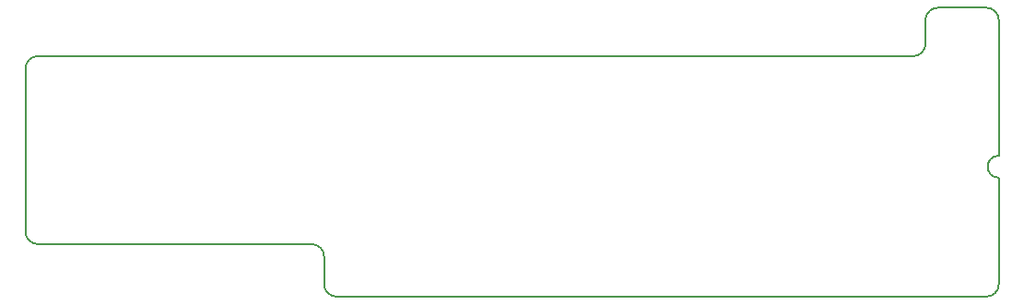
<source format=gbr>
G04 #@! TF.GenerationSoftware,KiCad,Pcbnew,(5.1.12)-1*
G04 #@! TF.CreationDate,2022-01-29T13:41:42+00:00*
G04 #@! TF.ProjectId,RGBtoHDMI CDTV v2 - Denise Breakout,52474274-6f48-4444-9d49-204344545620,v2*
G04 #@! TF.SameCoordinates,Original*
G04 #@! TF.FileFunction,Profile,NP*
%FSLAX46Y46*%
G04 Gerber Fmt 4.6, Leading zero omitted, Abs format (unit mm)*
G04 Created by KiCad (PCBNEW (5.1.12)-1) date 2022-01-29 13:41:42*
%MOMM*%
%LPD*%
G01*
G04 APERTURE LIST*
G04 #@! TA.AperFunction,Profile*
%ADD10C,0.200000*%
G04 #@! TD*
G04 APERTURE END LIST*
D10*
X100584000Y-85217000D02*
X75438000Y-85217000D01*
X100584000Y-85217000D02*
G75*
G02*
X101727000Y-86360000I0J-1143000D01*
G01*
X101727000Y-86360000D02*
X101727000Y-88900000D01*
X102870000Y-90043000D02*
G75*
G02*
X101727000Y-88900000I0J1143000D01*
G01*
X163703000Y-64643000D02*
X163703000Y-77089000D01*
X163703000Y-79121000D02*
G75*
G02*
X163703000Y-77089000I0J1016000D01*
G01*
X156972000Y-66802000D02*
G75*
G02*
X155829000Y-67945000I-1143000J0D01*
G01*
X156972000Y-64516000D02*
G75*
G02*
X158108009Y-63499223I1136009J-126223D01*
G01*
X156972000Y-64516000D02*
X156972000Y-66802000D01*
X155829000Y-67945000D02*
X75438000Y-67945000D01*
X74295000Y-69088000D02*
G75*
G02*
X75438000Y-67945000I1143000J0D01*
G01*
X75438000Y-85217000D02*
G75*
G02*
X74295000Y-84074000I0J1143000D01*
G01*
X163703000Y-88900000D02*
G75*
G02*
X162560000Y-90043000I-1143000J0D01*
G01*
X162560000Y-63500000D02*
G75*
G02*
X163703000Y-64643000I0J-1143000D01*
G01*
X162560000Y-90043000D02*
X102870000Y-90043000D01*
X163703000Y-79121000D02*
X163703000Y-88900000D01*
X162560000Y-63500000D02*
X158108009Y-63499223D01*
X74295000Y-69088000D02*
X74295000Y-84074000D01*
M02*

</source>
